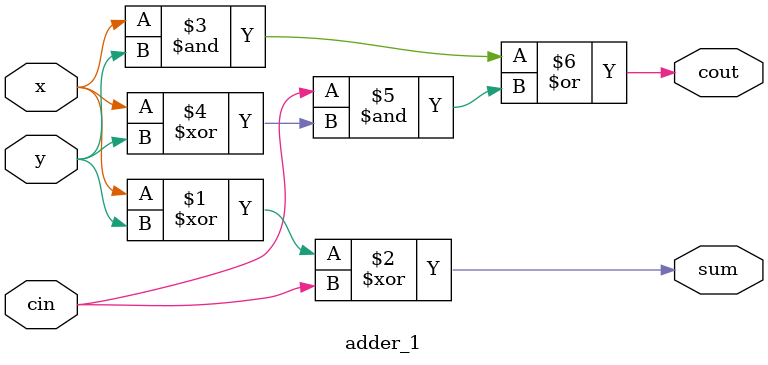
<source format=v>
module top_module (
    input [3:0] x,
    input [3:0] y, 
    output [4:0] sum);
    wire [3:0] cout;
    adder_1 ad0(.x(x[0]), .y(y[0]), .cin(1'b0), .cout(cout[0]), .sum(sum[0]));
    adder_1 ad1(.x(x[1]), .y(y[1]), .cin(cout[0]), .cout(cout[1]), .sum(sum[1]));
    adder_1 ad2(.x(x[2]), .y(y[2]), .cin(cout[1]), .cout(cout[2]), .sum(sum[2]));
    adder_1 ad3(.x(x[3]), .y(y[3]), .cin(cout[2]), .cout(sum[4]), .sum(sum[3]));

endmodule

module adder_1(input x, y, cin, output sum, cout);
    assign sum = x ^ y ^ cin;
    assign cout = (x & y) | (cin & (x ^ y));
endmodule
</source>
